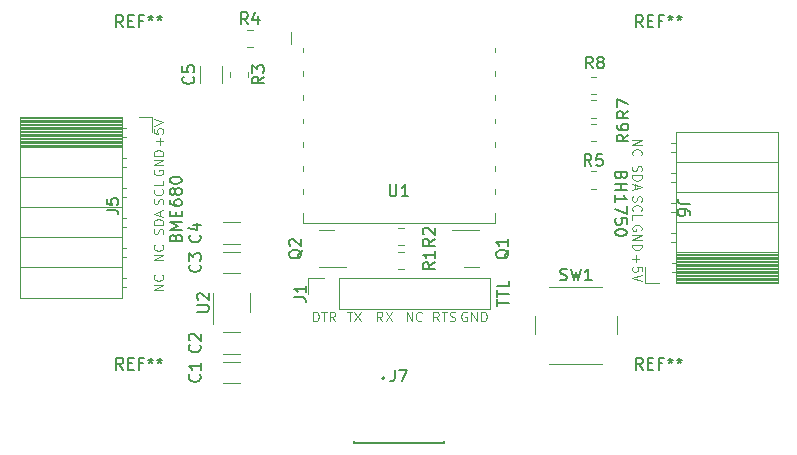
<source format=gbr>
%TF.GenerationSoftware,KiCad,Pcbnew,7.0.8*%
%TF.CreationDate,2023-12-05T18:05:34+00:00*%
%TF.ProjectId,multisensor,6d756c74-6973-4656-9e73-6f722e6b6963,rev?*%
%TF.SameCoordinates,Original*%
%TF.FileFunction,Legend,Top*%
%TF.FilePolarity,Positive*%
%FSLAX46Y46*%
G04 Gerber Fmt 4.6, Leading zero omitted, Abs format (unit mm)*
G04 Created by KiCad (PCBNEW 7.0.8) date 2023-12-05 18:05:34*
%MOMM*%
%LPD*%
G01*
G04 APERTURE LIST*
%ADD10C,0.125000*%
%ADD11C,0.150000*%
%ADD12C,0.120000*%
%ADD13C,0.127000*%
%ADD14C,0.200000*%
G04 APERTURE END LIST*
D10*
X132671815Y-100224788D02*
X132633720Y-100300978D01*
X132633720Y-100300978D02*
X132633720Y-100415264D01*
X132633720Y-100415264D02*
X132671815Y-100529550D01*
X132671815Y-100529550D02*
X132748005Y-100605740D01*
X132748005Y-100605740D02*
X132824196Y-100643835D01*
X132824196Y-100643835D02*
X132976577Y-100681931D01*
X132976577Y-100681931D02*
X133090863Y-100681931D01*
X133090863Y-100681931D02*
X133243244Y-100643835D01*
X133243244Y-100643835D02*
X133319434Y-100605740D01*
X133319434Y-100605740D02*
X133395625Y-100529550D01*
X133395625Y-100529550D02*
X133433720Y-100415264D01*
X133433720Y-100415264D02*
X133433720Y-100339073D01*
X133433720Y-100339073D02*
X133395625Y-100224788D01*
X133395625Y-100224788D02*
X133357529Y-100186692D01*
X133357529Y-100186692D02*
X133090863Y-100186692D01*
X133090863Y-100186692D02*
X133090863Y-100339073D01*
X133433720Y-99843835D02*
X132633720Y-99843835D01*
X132633720Y-99843835D02*
X133433720Y-99386692D01*
X133433720Y-99386692D02*
X132633720Y-99386692D01*
X133433720Y-99005740D02*
X132633720Y-99005740D01*
X132633720Y-99005740D02*
X132633720Y-98815264D01*
X132633720Y-98815264D02*
X132671815Y-98700978D01*
X132671815Y-98700978D02*
X132748005Y-98624788D01*
X132748005Y-98624788D02*
X132824196Y-98586693D01*
X132824196Y-98586693D02*
X132976577Y-98548597D01*
X132976577Y-98548597D02*
X133090863Y-98548597D01*
X133090863Y-98548597D02*
X133243244Y-98586693D01*
X133243244Y-98586693D02*
X133319434Y-98624788D01*
X133319434Y-98624788D02*
X133395625Y-98700978D01*
X133395625Y-98700978D02*
X133433720Y-98815264D01*
X133433720Y-98815264D02*
X133433720Y-99005740D01*
X154041429Y-113026095D02*
X154041429Y-112226095D01*
X154041429Y-112226095D02*
X154498572Y-113026095D01*
X154498572Y-113026095D02*
X154498572Y-112226095D01*
X155336667Y-112949904D02*
X155298571Y-112988000D01*
X155298571Y-112988000D02*
X155184286Y-113026095D01*
X155184286Y-113026095D02*
X155108095Y-113026095D01*
X155108095Y-113026095D02*
X154993809Y-112988000D01*
X154993809Y-112988000D02*
X154917619Y-112911809D01*
X154917619Y-112911809D02*
X154879524Y-112835619D01*
X154879524Y-112835619D02*
X154841428Y-112683238D01*
X154841428Y-112683238D02*
X154841428Y-112568952D01*
X154841428Y-112568952D02*
X154879524Y-112416571D01*
X154879524Y-112416571D02*
X154917619Y-112340380D01*
X154917619Y-112340380D02*
X154993809Y-112264190D01*
X154993809Y-112264190D02*
X155108095Y-112226095D01*
X155108095Y-112226095D02*
X155184286Y-112226095D01*
X155184286Y-112226095D02*
X155298571Y-112264190D01*
X155298571Y-112264190D02*
X155336667Y-112302285D01*
X133395625Y-105666693D02*
X133433720Y-105552407D01*
X133433720Y-105552407D02*
X133433720Y-105361931D01*
X133433720Y-105361931D02*
X133395625Y-105285740D01*
X133395625Y-105285740D02*
X133357529Y-105247645D01*
X133357529Y-105247645D02*
X133281339Y-105209550D01*
X133281339Y-105209550D02*
X133205148Y-105209550D01*
X133205148Y-105209550D02*
X133128958Y-105247645D01*
X133128958Y-105247645D02*
X133090863Y-105285740D01*
X133090863Y-105285740D02*
X133052767Y-105361931D01*
X133052767Y-105361931D02*
X133014672Y-105514312D01*
X133014672Y-105514312D02*
X132976577Y-105590502D01*
X132976577Y-105590502D02*
X132938482Y-105628597D01*
X132938482Y-105628597D02*
X132862291Y-105666693D01*
X132862291Y-105666693D02*
X132786101Y-105666693D01*
X132786101Y-105666693D02*
X132709910Y-105628597D01*
X132709910Y-105628597D02*
X132671815Y-105590502D01*
X132671815Y-105590502D02*
X132633720Y-105514312D01*
X132633720Y-105514312D02*
X132633720Y-105323835D01*
X132633720Y-105323835D02*
X132671815Y-105209550D01*
X133433720Y-104866692D02*
X132633720Y-104866692D01*
X132633720Y-104866692D02*
X132633720Y-104676216D01*
X132633720Y-104676216D02*
X132671815Y-104561930D01*
X132671815Y-104561930D02*
X132748005Y-104485740D01*
X132748005Y-104485740D02*
X132824196Y-104447645D01*
X132824196Y-104447645D02*
X132976577Y-104409549D01*
X132976577Y-104409549D02*
X133090863Y-104409549D01*
X133090863Y-104409549D02*
X133243244Y-104447645D01*
X133243244Y-104447645D02*
X133319434Y-104485740D01*
X133319434Y-104485740D02*
X133395625Y-104561930D01*
X133395625Y-104561930D02*
X133433720Y-104676216D01*
X133433720Y-104676216D02*
X133433720Y-104866692D01*
X133205148Y-104104788D02*
X133205148Y-103723835D01*
X133433720Y-104180978D02*
X132633720Y-103914311D01*
X132633720Y-103914311D02*
X133433720Y-103647645D01*
X173148279Y-97686429D02*
X173948279Y-97686429D01*
X173948279Y-97686429D02*
X173148279Y-98143572D01*
X173148279Y-98143572D02*
X173948279Y-98143572D01*
X173224470Y-98981667D02*
X173186375Y-98943571D01*
X173186375Y-98943571D02*
X173148279Y-98829286D01*
X173148279Y-98829286D02*
X173148279Y-98753095D01*
X173148279Y-98753095D02*
X173186375Y-98638809D01*
X173186375Y-98638809D02*
X173262565Y-98562619D01*
X173262565Y-98562619D02*
X173338755Y-98524524D01*
X173338755Y-98524524D02*
X173491136Y-98486428D01*
X173491136Y-98486428D02*
X173605422Y-98486428D01*
X173605422Y-98486428D02*
X173757803Y-98524524D01*
X173757803Y-98524524D02*
X173833994Y-98562619D01*
X173833994Y-98562619D02*
X173910184Y-98638809D01*
X173910184Y-98638809D02*
X173948279Y-98753095D01*
X173948279Y-98753095D02*
X173948279Y-98829286D01*
X173948279Y-98829286D02*
X173910184Y-98943571D01*
X173910184Y-98943571D02*
X173872089Y-98981667D01*
X133433720Y-107863835D02*
X132633720Y-107863835D01*
X132633720Y-107863835D02*
X133433720Y-107406692D01*
X133433720Y-107406692D02*
X132633720Y-107406692D01*
X133357529Y-106568597D02*
X133395625Y-106606693D01*
X133395625Y-106606693D02*
X133433720Y-106720978D01*
X133433720Y-106720978D02*
X133433720Y-106797169D01*
X133433720Y-106797169D02*
X133395625Y-106911455D01*
X133395625Y-106911455D02*
X133319434Y-106987645D01*
X133319434Y-106987645D02*
X133243244Y-107025740D01*
X133243244Y-107025740D02*
X133090863Y-107063836D01*
X133090863Y-107063836D02*
X132976577Y-107063836D01*
X132976577Y-107063836D02*
X132824196Y-107025740D01*
X132824196Y-107025740D02*
X132748005Y-106987645D01*
X132748005Y-106987645D02*
X132671815Y-106911455D01*
X132671815Y-106911455D02*
X132633720Y-106797169D01*
X132633720Y-106797169D02*
X132633720Y-106720978D01*
X132633720Y-106720978D02*
X132671815Y-106606693D01*
X132671815Y-106606693D02*
X132709910Y-106568597D01*
X133395625Y-103107645D02*
X133433720Y-102993359D01*
X133433720Y-102993359D02*
X133433720Y-102802883D01*
X133433720Y-102802883D02*
X133395625Y-102726692D01*
X133395625Y-102726692D02*
X133357529Y-102688597D01*
X133357529Y-102688597D02*
X133281339Y-102650502D01*
X133281339Y-102650502D02*
X133205148Y-102650502D01*
X133205148Y-102650502D02*
X133128958Y-102688597D01*
X133128958Y-102688597D02*
X133090863Y-102726692D01*
X133090863Y-102726692D02*
X133052767Y-102802883D01*
X133052767Y-102802883D02*
X133014672Y-102955264D01*
X133014672Y-102955264D02*
X132976577Y-103031454D01*
X132976577Y-103031454D02*
X132938482Y-103069549D01*
X132938482Y-103069549D02*
X132862291Y-103107645D01*
X132862291Y-103107645D02*
X132786101Y-103107645D01*
X132786101Y-103107645D02*
X132709910Y-103069549D01*
X132709910Y-103069549D02*
X132671815Y-103031454D01*
X132671815Y-103031454D02*
X132633720Y-102955264D01*
X132633720Y-102955264D02*
X132633720Y-102764787D01*
X132633720Y-102764787D02*
X132671815Y-102650502D01*
X133357529Y-101850501D02*
X133395625Y-101888597D01*
X133395625Y-101888597D02*
X133433720Y-102002882D01*
X133433720Y-102002882D02*
X133433720Y-102079073D01*
X133433720Y-102079073D02*
X133395625Y-102193359D01*
X133395625Y-102193359D02*
X133319434Y-102269549D01*
X133319434Y-102269549D02*
X133243244Y-102307644D01*
X133243244Y-102307644D02*
X133090863Y-102345740D01*
X133090863Y-102345740D02*
X132976577Y-102345740D01*
X132976577Y-102345740D02*
X132824196Y-102307644D01*
X132824196Y-102307644D02*
X132748005Y-102269549D01*
X132748005Y-102269549D02*
X132671815Y-102193359D01*
X132671815Y-102193359D02*
X132633720Y-102079073D01*
X132633720Y-102079073D02*
X132633720Y-102002882D01*
X132633720Y-102002882D02*
X132671815Y-101888597D01*
X132671815Y-101888597D02*
X132709910Y-101850501D01*
X133433720Y-101126692D02*
X133433720Y-101507644D01*
X133433720Y-101507644D02*
X132633720Y-101507644D01*
X151996667Y-113026095D02*
X151730000Y-112645142D01*
X151539524Y-113026095D02*
X151539524Y-112226095D01*
X151539524Y-112226095D02*
X151844286Y-112226095D01*
X151844286Y-112226095D02*
X151920476Y-112264190D01*
X151920476Y-112264190D02*
X151958571Y-112302285D01*
X151958571Y-112302285D02*
X151996667Y-112378476D01*
X151996667Y-112378476D02*
X151996667Y-112492761D01*
X151996667Y-112492761D02*
X151958571Y-112568952D01*
X151958571Y-112568952D02*
X151920476Y-112607047D01*
X151920476Y-112607047D02*
X151844286Y-112645142D01*
X151844286Y-112645142D02*
X151539524Y-112645142D01*
X152263333Y-112226095D02*
X152796667Y-113026095D01*
X152796667Y-112226095D02*
X152263333Y-113026095D01*
X173186375Y-102442618D02*
X173148279Y-102556904D01*
X173148279Y-102556904D02*
X173148279Y-102747380D01*
X173148279Y-102747380D02*
X173186375Y-102823571D01*
X173186375Y-102823571D02*
X173224470Y-102861666D01*
X173224470Y-102861666D02*
X173300660Y-102899761D01*
X173300660Y-102899761D02*
X173376851Y-102899761D01*
X173376851Y-102899761D02*
X173453041Y-102861666D01*
X173453041Y-102861666D02*
X173491136Y-102823571D01*
X173491136Y-102823571D02*
X173529232Y-102747380D01*
X173529232Y-102747380D02*
X173567327Y-102594999D01*
X173567327Y-102594999D02*
X173605422Y-102518809D01*
X173605422Y-102518809D02*
X173643517Y-102480714D01*
X173643517Y-102480714D02*
X173719708Y-102442618D01*
X173719708Y-102442618D02*
X173795898Y-102442618D01*
X173795898Y-102442618D02*
X173872089Y-102480714D01*
X173872089Y-102480714D02*
X173910184Y-102518809D01*
X173910184Y-102518809D02*
X173948279Y-102594999D01*
X173948279Y-102594999D02*
X173948279Y-102785476D01*
X173948279Y-102785476D02*
X173910184Y-102899761D01*
X173224470Y-103699762D02*
X173186375Y-103661666D01*
X173186375Y-103661666D02*
X173148279Y-103547381D01*
X173148279Y-103547381D02*
X173148279Y-103471190D01*
X173148279Y-103471190D02*
X173186375Y-103356904D01*
X173186375Y-103356904D02*
X173262565Y-103280714D01*
X173262565Y-103280714D02*
X173338755Y-103242619D01*
X173338755Y-103242619D02*
X173491136Y-103204523D01*
X173491136Y-103204523D02*
X173605422Y-103204523D01*
X173605422Y-103204523D02*
X173757803Y-103242619D01*
X173757803Y-103242619D02*
X173833994Y-103280714D01*
X173833994Y-103280714D02*
X173910184Y-103356904D01*
X173910184Y-103356904D02*
X173948279Y-103471190D01*
X173948279Y-103471190D02*
X173948279Y-103547381D01*
X173948279Y-103547381D02*
X173910184Y-103661666D01*
X173910184Y-103661666D02*
X173872089Y-103699762D01*
X173148279Y-104423571D02*
X173148279Y-104042619D01*
X173148279Y-104042619D02*
X173948279Y-104042619D01*
X146135714Y-113026095D02*
X146135714Y-112226095D01*
X146135714Y-112226095D02*
X146326190Y-112226095D01*
X146326190Y-112226095D02*
X146440476Y-112264190D01*
X146440476Y-112264190D02*
X146516666Y-112340380D01*
X146516666Y-112340380D02*
X146554761Y-112416571D01*
X146554761Y-112416571D02*
X146592857Y-112568952D01*
X146592857Y-112568952D02*
X146592857Y-112683238D01*
X146592857Y-112683238D02*
X146554761Y-112835619D01*
X146554761Y-112835619D02*
X146516666Y-112911809D01*
X146516666Y-112911809D02*
X146440476Y-112988000D01*
X146440476Y-112988000D02*
X146326190Y-113026095D01*
X146326190Y-113026095D02*
X146135714Y-113026095D01*
X146821428Y-112226095D02*
X147278571Y-112226095D01*
X147049999Y-113026095D02*
X147049999Y-112226095D01*
X148002381Y-113026095D02*
X147735714Y-112645142D01*
X147545238Y-113026095D02*
X147545238Y-112226095D01*
X147545238Y-112226095D02*
X147850000Y-112226095D01*
X147850000Y-112226095D02*
X147926190Y-112264190D01*
X147926190Y-112264190D02*
X147964285Y-112302285D01*
X147964285Y-112302285D02*
X148002381Y-112378476D01*
X148002381Y-112378476D02*
X148002381Y-112492761D01*
X148002381Y-112492761D02*
X147964285Y-112568952D01*
X147964285Y-112568952D02*
X147926190Y-112607047D01*
X147926190Y-112607047D02*
X147850000Y-112645142D01*
X147850000Y-112645142D02*
X147545238Y-112645142D01*
X148980476Y-112226095D02*
X149437619Y-112226095D01*
X149209047Y-113026095D02*
X149209047Y-112226095D01*
X149628095Y-112226095D02*
X150161429Y-113026095D01*
X150161429Y-112226095D02*
X149628095Y-113026095D01*
X133433720Y-110403835D02*
X132633720Y-110403835D01*
X132633720Y-110403835D02*
X133433720Y-109946692D01*
X133433720Y-109946692D02*
X132633720Y-109946692D01*
X133357529Y-109108597D02*
X133395625Y-109146693D01*
X133395625Y-109146693D02*
X133433720Y-109260978D01*
X133433720Y-109260978D02*
X133433720Y-109337169D01*
X133433720Y-109337169D02*
X133395625Y-109451455D01*
X133395625Y-109451455D02*
X133319434Y-109527645D01*
X133319434Y-109527645D02*
X133243244Y-109565740D01*
X133243244Y-109565740D02*
X133090863Y-109603836D01*
X133090863Y-109603836D02*
X132976577Y-109603836D01*
X132976577Y-109603836D02*
X132824196Y-109565740D01*
X132824196Y-109565740D02*
X132748005Y-109527645D01*
X132748005Y-109527645D02*
X132671815Y-109451455D01*
X132671815Y-109451455D02*
X132633720Y-109337169D01*
X132633720Y-109337169D02*
X132633720Y-109260978D01*
X132633720Y-109260978D02*
X132671815Y-109146693D01*
X132671815Y-109146693D02*
X132709910Y-109108597D01*
X173186375Y-99883571D02*
X173148279Y-99997857D01*
X173148279Y-99997857D02*
X173148279Y-100188333D01*
X173148279Y-100188333D02*
X173186375Y-100264524D01*
X173186375Y-100264524D02*
X173224470Y-100302619D01*
X173224470Y-100302619D02*
X173300660Y-100340714D01*
X173300660Y-100340714D02*
X173376851Y-100340714D01*
X173376851Y-100340714D02*
X173453041Y-100302619D01*
X173453041Y-100302619D02*
X173491136Y-100264524D01*
X173491136Y-100264524D02*
X173529232Y-100188333D01*
X173529232Y-100188333D02*
X173567327Y-100035952D01*
X173567327Y-100035952D02*
X173605422Y-99959762D01*
X173605422Y-99959762D02*
X173643517Y-99921667D01*
X173643517Y-99921667D02*
X173719708Y-99883571D01*
X173719708Y-99883571D02*
X173795898Y-99883571D01*
X173795898Y-99883571D02*
X173872089Y-99921667D01*
X173872089Y-99921667D02*
X173910184Y-99959762D01*
X173910184Y-99959762D02*
X173948279Y-100035952D01*
X173948279Y-100035952D02*
X173948279Y-100226429D01*
X173948279Y-100226429D02*
X173910184Y-100340714D01*
X173148279Y-100683572D02*
X173948279Y-100683572D01*
X173948279Y-100683572D02*
X173948279Y-100874048D01*
X173948279Y-100874048D02*
X173910184Y-100988334D01*
X173910184Y-100988334D02*
X173833994Y-101064524D01*
X173833994Y-101064524D02*
X173757803Y-101102619D01*
X173757803Y-101102619D02*
X173605422Y-101140715D01*
X173605422Y-101140715D02*
X173491136Y-101140715D01*
X173491136Y-101140715D02*
X173338755Y-101102619D01*
X173338755Y-101102619D02*
X173262565Y-101064524D01*
X173262565Y-101064524D02*
X173186375Y-100988334D01*
X173186375Y-100988334D02*
X173148279Y-100874048D01*
X173148279Y-100874048D02*
X173148279Y-100683572D01*
X173376851Y-101445476D02*
X173376851Y-101826429D01*
X173148279Y-101369286D02*
X173948279Y-101635953D01*
X173948279Y-101635953D02*
X173148279Y-101902619D01*
X173453041Y-107446429D02*
X173453041Y-108055953D01*
X173148279Y-107751191D02*
X173757803Y-107751191D01*
X173948279Y-108817857D02*
X173948279Y-108436905D01*
X173948279Y-108436905D02*
X173567327Y-108398809D01*
X173567327Y-108398809D02*
X173605422Y-108436905D01*
X173605422Y-108436905D02*
X173643517Y-108513095D01*
X173643517Y-108513095D02*
X173643517Y-108703571D01*
X173643517Y-108703571D02*
X173605422Y-108779762D01*
X173605422Y-108779762D02*
X173567327Y-108817857D01*
X173567327Y-108817857D02*
X173491136Y-108855952D01*
X173491136Y-108855952D02*
X173300660Y-108855952D01*
X173300660Y-108855952D02*
X173224470Y-108817857D01*
X173224470Y-108817857D02*
X173186375Y-108779762D01*
X173186375Y-108779762D02*
X173148279Y-108703571D01*
X173148279Y-108703571D02*
X173148279Y-108513095D01*
X173148279Y-108513095D02*
X173186375Y-108436905D01*
X173186375Y-108436905D02*
X173224470Y-108398809D01*
X173948279Y-109084524D02*
X173148279Y-109351191D01*
X173148279Y-109351191D02*
X173948279Y-109617857D01*
X159140476Y-112264190D02*
X159064286Y-112226095D01*
X159064286Y-112226095D02*
X158950000Y-112226095D01*
X158950000Y-112226095D02*
X158835714Y-112264190D01*
X158835714Y-112264190D02*
X158759524Y-112340380D01*
X158759524Y-112340380D02*
X158721429Y-112416571D01*
X158721429Y-112416571D02*
X158683333Y-112568952D01*
X158683333Y-112568952D02*
X158683333Y-112683238D01*
X158683333Y-112683238D02*
X158721429Y-112835619D01*
X158721429Y-112835619D02*
X158759524Y-112911809D01*
X158759524Y-112911809D02*
X158835714Y-112988000D01*
X158835714Y-112988000D02*
X158950000Y-113026095D01*
X158950000Y-113026095D02*
X159026191Y-113026095D01*
X159026191Y-113026095D02*
X159140476Y-112988000D01*
X159140476Y-112988000D02*
X159178572Y-112949904D01*
X159178572Y-112949904D02*
X159178572Y-112683238D01*
X159178572Y-112683238D02*
X159026191Y-112683238D01*
X159521429Y-113026095D02*
X159521429Y-112226095D01*
X159521429Y-112226095D02*
X159978572Y-113026095D01*
X159978572Y-113026095D02*
X159978572Y-112226095D01*
X160359524Y-113026095D02*
X160359524Y-112226095D01*
X160359524Y-112226095D02*
X160550000Y-112226095D01*
X160550000Y-112226095D02*
X160664286Y-112264190D01*
X160664286Y-112264190D02*
X160740476Y-112340380D01*
X160740476Y-112340380D02*
X160778571Y-112416571D01*
X160778571Y-112416571D02*
X160816667Y-112568952D01*
X160816667Y-112568952D02*
X160816667Y-112683238D01*
X160816667Y-112683238D02*
X160778571Y-112835619D01*
X160778571Y-112835619D02*
X160740476Y-112911809D01*
X160740476Y-112911809D02*
X160664286Y-112988000D01*
X160664286Y-112988000D02*
X160550000Y-113026095D01*
X160550000Y-113026095D02*
X160359524Y-113026095D01*
X156771905Y-113026095D02*
X156505238Y-112645142D01*
X156314762Y-113026095D02*
X156314762Y-112226095D01*
X156314762Y-112226095D02*
X156619524Y-112226095D01*
X156619524Y-112226095D02*
X156695714Y-112264190D01*
X156695714Y-112264190D02*
X156733809Y-112302285D01*
X156733809Y-112302285D02*
X156771905Y-112378476D01*
X156771905Y-112378476D02*
X156771905Y-112492761D01*
X156771905Y-112492761D02*
X156733809Y-112568952D01*
X156733809Y-112568952D02*
X156695714Y-112607047D01*
X156695714Y-112607047D02*
X156619524Y-112645142D01*
X156619524Y-112645142D02*
X156314762Y-112645142D01*
X157000476Y-112226095D02*
X157457619Y-112226095D01*
X157229047Y-113026095D02*
X157229047Y-112226095D01*
X157686190Y-112988000D02*
X157800476Y-113026095D01*
X157800476Y-113026095D02*
X157990952Y-113026095D01*
X157990952Y-113026095D02*
X158067143Y-112988000D01*
X158067143Y-112988000D02*
X158105238Y-112949904D01*
X158105238Y-112949904D02*
X158143333Y-112873714D01*
X158143333Y-112873714D02*
X158143333Y-112797523D01*
X158143333Y-112797523D02*
X158105238Y-112721333D01*
X158105238Y-112721333D02*
X158067143Y-112683238D01*
X158067143Y-112683238D02*
X157990952Y-112645142D01*
X157990952Y-112645142D02*
X157838571Y-112607047D01*
X157838571Y-112607047D02*
X157762381Y-112568952D01*
X157762381Y-112568952D02*
X157724286Y-112530857D01*
X157724286Y-112530857D02*
X157686190Y-112454666D01*
X157686190Y-112454666D02*
X157686190Y-112378476D01*
X157686190Y-112378476D02*
X157724286Y-112302285D01*
X157724286Y-112302285D02*
X157762381Y-112264190D01*
X157762381Y-112264190D02*
X157838571Y-112226095D01*
X157838571Y-112226095D02*
X158029048Y-112226095D01*
X158029048Y-112226095D02*
X158143333Y-112264190D01*
X173910184Y-105325476D02*
X173948279Y-105249286D01*
X173948279Y-105249286D02*
X173948279Y-105135000D01*
X173948279Y-105135000D02*
X173910184Y-105020714D01*
X173910184Y-105020714D02*
X173833994Y-104944524D01*
X173833994Y-104944524D02*
X173757803Y-104906429D01*
X173757803Y-104906429D02*
X173605422Y-104868333D01*
X173605422Y-104868333D02*
X173491136Y-104868333D01*
X173491136Y-104868333D02*
X173338755Y-104906429D01*
X173338755Y-104906429D02*
X173262565Y-104944524D01*
X173262565Y-104944524D02*
X173186375Y-105020714D01*
X173186375Y-105020714D02*
X173148279Y-105135000D01*
X173148279Y-105135000D02*
X173148279Y-105211191D01*
X173148279Y-105211191D02*
X173186375Y-105325476D01*
X173186375Y-105325476D02*
X173224470Y-105363572D01*
X173224470Y-105363572D02*
X173491136Y-105363572D01*
X173491136Y-105363572D02*
X173491136Y-105211191D01*
X173148279Y-105706429D02*
X173948279Y-105706429D01*
X173948279Y-105706429D02*
X173148279Y-106163572D01*
X173148279Y-106163572D02*
X173948279Y-106163572D01*
X173148279Y-106544524D02*
X173948279Y-106544524D01*
X173948279Y-106544524D02*
X173948279Y-106735000D01*
X173948279Y-106735000D02*
X173910184Y-106849286D01*
X173910184Y-106849286D02*
X173833994Y-106925476D01*
X173833994Y-106925476D02*
X173757803Y-106963571D01*
X173757803Y-106963571D02*
X173605422Y-107001667D01*
X173605422Y-107001667D02*
X173491136Y-107001667D01*
X173491136Y-107001667D02*
X173338755Y-106963571D01*
X173338755Y-106963571D02*
X173262565Y-106925476D01*
X173262565Y-106925476D02*
X173186375Y-106849286D01*
X173186375Y-106849286D02*
X173148279Y-106735000D01*
X173148279Y-106735000D02*
X173148279Y-106544524D01*
X133128958Y-98103835D02*
X133128958Y-97494312D01*
X133433720Y-97799073D02*
X132824196Y-97799073D01*
X132633720Y-96732407D02*
X132633720Y-97113359D01*
X132633720Y-97113359D02*
X133014672Y-97151455D01*
X133014672Y-97151455D02*
X132976577Y-97113359D01*
X132976577Y-97113359D02*
X132938482Y-97037169D01*
X132938482Y-97037169D02*
X132938482Y-96846693D01*
X132938482Y-96846693D02*
X132976577Y-96770502D01*
X132976577Y-96770502D02*
X133014672Y-96732407D01*
X133014672Y-96732407D02*
X133090863Y-96694312D01*
X133090863Y-96694312D02*
X133281339Y-96694312D01*
X133281339Y-96694312D02*
X133357529Y-96732407D01*
X133357529Y-96732407D02*
X133395625Y-96770502D01*
X133395625Y-96770502D02*
X133433720Y-96846693D01*
X133433720Y-96846693D02*
X133433720Y-97037169D01*
X133433720Y-97037169D02*
X133395625Y-97113359D01*
X133395625Y-97113359D02*
X133357529Y-97151455D01*
X132633720Y-96465740D02*
X133433720Y-96199073D01*
X133433720Y-96199073D02*
X132633720Y-95932407D01*
D11*
X162705057Y-106978988D02*
X162657438Y-107074226D01*
X162657438Y-107074226D02*
X162562200Y-107169464D01*
X162562200Y-107169464D02*
X162419342Y-107312321D01*
X162419342Y-107312321D02*
X162371723Y-107407559D01*
X162371723Y-107407559D02*
X162371723Y-107502797D01*
X162609819Y-107455178D02*
X162562200Y-107550416D01*
X162562200Y-107550416D02*
X162466961Y-107645654D01*
X162466961Y-107645654D02*
X162276485Y-107693273D01*
X162276485Y-107693273D02*
X161943152Y-107693273D01*
X161943152Y-107693273D02*
X161752676Y-107645654D01*
X161752676Y-107645654D02*
X161657438Y-107550416D01*
X161657438Y-107550416D02*
X161609819Y-107455178D01*
X161609819Y-107455178D02*
X161609819Y-107264702D01*
X161609819Y-107264702D02*
X161657438Y-107169464D01*
X161657438Y-107169464D02*
X161752676Y-107074226D01*
X161752676Y-107074226D02*
X161943152Y-107026607D01*
X161943152Y-107026607D02*
X162276485Y-107026607D01*
X162276485Y-107026607D02*
X162466961Y-107074226D01*
X162466961Y-107074226D02*
X162562200Y-107169464D01*
X162562200Y-107169464D02*
X162609819Y-107264702D01*
X162609819Y-107264702D02*
X162609819Y-107455178D01*
X162609819Y-106074226D02*
X162609819Y-106645654D01*
X162609819Y-106359940D02*
X161609819Y-106359940D01*
X161609819Y-106359940D02*
X161752676Y-106455178D01*
X161752676Y-106455178D02*
X161847914Y-106550416D01*
X161847914Y-106550416D02*
X161895533Y-106645654D01*
X152613095Y-101449819D02*
X152613095Y-102259342D01*
X152613095Y-102259342D02*
X152660714Y-102354580D01*
X152660714Y-102354580D02*
X152708333Y-102402200D01*
X152708333Y-102402200D02*
X152803571Y-102449819D01*
X152803571Y-102449819D02*
X152994047Y-102449819D01*
X152994047Y-102449819D02*
X153089285Y-102402200D01*
X153089285Y-102402200D02*
X153136904Y-102354580D01*
X153136904Y-102354580D02*
X153184523Y-102259342D01*
X153184523Y-102259342D02*
X153184523Y-101449819D01*
X154184523Y-102449819D02*
X153613095Y-102449819D01*
X153898809Y-102449819D02*
X153898809Y-101449819D01*
X153898809Y-101449819D02*
X153803571Y-101592676D01*
X153803571Y-101592676D02*
X153708333Y-101687914D01*
X153708333Y-101687914D02*
X153613095Y-101735533D01*
X169795833Y-91629819D02*
X169462500Y-91153628D01*
X169224405Y-91629819D02*
X169224405Y-90629819D01*
X169224405Y-90629819D02*
X169605357Y-90629819D01*
X169605357Y-90629819D02*
X169700595Y-90677438D01*
X169700595Y-90677438D02*
X169748214Y-90725057D01*
X169748214Y-90725057D02*
X169795833Y-90820295D01*
X169795833Y-90820295D02*
X169795833Y-90963152D01*
X169795833Y-90963152D02*
X169748214Y-91058390D01*
X169748214Y-91058390D02*
X169700595Y-91106009D01*
X169700595Y-91106009D02*
X169605357Y-91153628D01*
X169605357Y-91153628D02*
X169224405Y-91153628D01*
X170367262Y-91058390D02*
X170272024Y-91010771D01*
X170272024Y-91010771D02*
X170224405Y-90963152D01*
X170224405Y-90963152D02*
X170176786Y-90867914D01*
X170176786Y-90867914D02*
X170176786Y-90820295D01*
X170176786Y-90820295D02*
X170224405Y-90725057D01*
X170224405Y-90725057D02*
X170272024Y-90677438D01*
X170272024Y-90677438D02*
X170367262Y-90629819D01*
X170367262Y-90629819D02*
X170557738Y-90629819D01*
X170557738Y-90629819D02*
X170652976Y-90677438D01*
X170652976Y-90677438D02*
X170700595Y-90725057D01*
X170700595Y-90725057D02*
X170748214Y-90820295D01*
X170748214Y-90820295D02*
X170748214Y-90867914D01*
X170748214Y-90867914D02*
X170700595Y-90963152D01*
X170700595Y-90963152D02*
X170652976Y-91010771D01*
X170652976Y-91010771D02*
X170557738Y-91058390D01*
X170557738Y-91058390D02*
X170367262Y-91058390D01*
X170367262Y-91058390D02*
X170272024Y-91106009D01*
X170272024Y-91106009D02*
X170224405Y-91153628D01*
X170224405Y-91153628D02*
X170176786Y-91248866D01*
X170176786Y-91248866D02*
X170176786Y-91439342D01*
X170176786Y-91439342D02*
X170224405Y-91534580D01*
X170224405Y-91534580D02*
X170272024Y-91582200D01*
X170272024Y-91582200D02*
X170367262Y-91629819D01*
X170367262Y-91629819D02*
X170557738Y-91629819D01*
X170557738Y-91629819D02*
X170652976Y-91582200D01*
X170652976Y-91582200D02*
X170700595Y-91534580D01*
X170700595Y-91534580D02*
X170748214Y-91439342D01*
X170748214Y-91439342D02*
X170748214Y-91248866D01*
X170748214Y-91248866D02*
X170700595Y-91153628D01*
X170700595Y-91153628D02*
X170652976Y-91106009D01*
X170652976Y-91106009D02*
X170557738Y-91058390D01*
X145195057Y-106978988D02*
X145147438Y-107074226D01*
X145147438Y-107074226D02*
X145052200Y-107169464D01*
X145052200Y-107169464D02*
X144909342Y-107312321D01*
X144909342Y-107312321D02*
X144861723Y-107407559D01*
X144861723Y-107407559D02*
X144861723Y-107502797D01*
X145099819Y-107455178D02*
X145052200Y-107550416D01*
X145052200Y-107550416D02*
X144956961Y-107645654D01*
X144956961Y-107645654D02*
X144766485Y-107693273D01*
X144766485Y-107693273D02*
X144433152Y-107693273D01*
X144433152Y-107693273D02*
X144242676Y-107645654D01*
X144242676Y-107645654D02*
X144147438Y-107550416D01*
X144147438Y-107550416D02*
X144099819Y-107455178D01*
X144099819Y-107455178D02*
X144099819Y-107264702D01*
X144099819Y-107264702D02*
X144147438Y-107169464D01*
X144147438Y-107169464D02*
X144242676Y-107074226D01*
X144242676Y-107074226D02*
X144433152Y-107026607D01*
X144433152Y-107026607D02*
X144766485Y-107026607D01*
X144766485Y-107026607D02*
X144956961Y-107074226D01*
X144956961Y-107074226D02*
X145052200Y-107169464D01*
X145052200Y-107169464D02*
X145099819Y-107264702D01*
X145099819Y-107264702D02*
X145099819Y-107455178D01*
X144195057Y-106645654D02*
X144147438Y-106598035D01*
X144147438Y-106598035D02*
X144099819Y-106502797D01*
X144099819Y-106502797D02*
X144099819Y-106264702D01*
X144099819Y-106264702D02*
X144147438Y-106169464D01*
X144147438Y-106169464D02*
X144195057Y-106121845D01*
X144195057Y-106121845D02*
X144290295Y-106074226D01*
X144290295Y-106074226D02*
X144385533Y-106074226D01*
X144385533Y-106074226D02*
X144528390Y-106121845D01*
X144528390Y-106121845D02*
X145099819Y-106693273D01*
X145099819Y-106693273D02*
X145099819Y-106074226D01*
X135972080Y-92329166D02*
X136019700Y-92376785D01*
X136019700Y-92376785D02*
X136067319Y-92519642D01*
X136067319Y-92519642D02*
X136067319Y-92614880D01*
X136067319Y-92614880D02*
X136019700Y-92757737D01*
X136019700Y-92757737D02*
X135924461Y-92852975D01*
X135924461Y-92852975D02*
X135829223Y-92900594D01*
X135829223Y-92900594D02*
X135638747Y-92948213D01*
X135638747Y-92948213D02*
X135495890Y-92948213D01*
X135495890Y-92948213D02*
X135305414Y-92900594D01*
X135305414Y-92900594D02*
X135210176Y-92852975D01*
X135210176Y-92852975D02*
X135114938Y-92757737D01*
X135114938Y-92757737D02*
X135067319Y-92614880D01*
X135067319Y-92614880D02*
X135067319Y-92519642D01*
X135067319Y-92519642D02*
X135114938Y-92376785D01*
X135114938Y-92376785D02*
X135162557Y-92329166D01*
X135067319Y-91424404D02*
X135067319Y-91900594D01*
X135067319Y-91900594D02*
X135543509Y-91948213D01*
X135543509Y-91948213D02*
X135495890Y-91900594D01*
X135495890Y-91900594D02*
X135448271Y-91805356D01*
X135448271Y-91805356D02*
X135448271Y-91567261D01*
X135448271Y-91567261D02*
X135495890Y-91472023D01*
X135495890Y-91472023D02*
X135543509Y-91424404D01*
X135543509Y-91424404D02*
X135638747Y-91376785D01*
X135638747Y-91376785D02*
X135876842Y-91376785D01*
X135876842Y-91376785D02*
X135972080Y-91424404D01*
X135972080Y-91424404D02*
X136019700Y-91472023D01*
X136019700Y-91472023D02*
X136067319Y-91567261D01*
X136067319Y-91567261D02*
X136067319Y-91805356D01*
X136067319Y-91805356D02*
X136019700Y-91900594D01*
X136019700Y-91900594D02*
X135972080Y-91948213D01*
X130041666Y-117129819D02*
X129708333Y-116653628D01*
X129470238Y-117129819D02*
X129470238Y-116129819D01*
X129470238Y-116129819D02*
X129851190Y-116129819D01*
X129851190Y-116129819D02*
X129946428Y-116177438D01*
X129946428Y-116177438D02*
X129994047Y-116225057D01*
X129994047Y-116225057D02*
X130041666Y-116320295D01*
X130041666Y-116320295D02*
X130041666Y-116463152D01*
X130041666Y-116463152D02*
X129994047Y-116558390D01*
X129994047Y-116558390D02*
X129946428Y-116606009D01*
X129946428Y-116606009D02*
X129851190Y-116653628D01*
X129851190Y-116653628D02*
X129470238Y-116653628D01*
X130470238Y-116606009D02*
X130803571Y-116606009D01*
X130946428Y-117129819D02*
X130470238Y-117129819D01*
X130470238Y-117129819D02*
X130470238Y-116129819D01*
X130470238Y-116129819D02*
X130946428Y-116129819D01*
X131708333Y-116606009D02*
X131375000Y-116606009D01*
X131375000Y-117129819D02*
X131375000Y-116129819D01*
X131375000Y-116129819D02*
X131851190Y-116129819D01*
X132375000Y-116129819D02*
X132375000Y-116367914D01*
X132136905Y-116272676D02*
X132375000Y-116367914D01*
X132375000Y-116367914D02*
X132613095Y-116272676D01*
X132232143Y-116558390D02*
X132375000Y-116367914D01*
X132375000Y-116367914D02*
X132517857Y-116558390D01*
X133136905Y-116129819D02*
X133136905Y-116367914D01*
X132898810Y-116272676D02*
X133136905Y-116367914D01*
X133136905Y-116367914D02*
X133375000Y-116272676D01*
X132994048Y-116558390D02*
X133136905Y-116367914D01*
X133136905Y-116367914D02*
X133279762Y-116558390D01*
X136509580Y-117529166D02*
X136557200Y-117576785D01*
X136557200Y-117576785D02*
X136604819Y-117719642D01*
X136604819Y-117719642D02*
X136604819Y-117814880D01*
X136604819Y-117814880D02*
X136557200Y-117957737D01*
X136557200Y-117957737D02*
X136461961Y-118052975D01*
X136461961Y-118052975D02*
X136366723Y-118100594D01*
X136366723Y-118100594D02*
X136176247Y-118148213D01*
X136176247Y-118148213D02*
X136033390Y-118148213D01*
X136033390Y-118148213D02*
X135842914Y-118100594D01*
X135842914Y-118100594D02*
X135747676Y-118052975D01*
X135747676Y-118052975D02*
X135652438Y-117957737D01*
X135652438Y-117957737D02*
X135604819Y-117814880D01*
X135604819Y-117814880D02*
X135604819Y-117719642D01*
X135604819Y-117719642D02*
X135652438Y-117576785D01*
X135652438Y-117576785D02*
X135700057Y-117529166D01*
X136604819Y-116576785D02*
X136604819Y-117148213D01*
X136604819Y-116862499D02*
X135604819Y-116862499D01*
X135604819Y-116862499D02*
X135747676Y-116957737D01*
X135747676Y-116957737D02*
X135842914Y-117052975D01*
X135842914Y-117052975D02*
X135890533Y-117148213D01*
X141967319Y-92329166D02*
X141491128Y-92662499D01*
X141967319Y-92900594D02*
X140967319Y-92900594D01*
X140967319Y-92900594D02*
X140967319Y-92519642D01*
X140967319Y-92519642D02*
X141014938Y-92424404D01*
X141014938Y-92424404D02*
X141062557Y-92376785D01*
X141062557Y-92376785D02*
X141157795Y-92329166D01*
X141157795Y-92329166D02*
X141300652Y-92329166D01*
X141300652Y-92329166D02*
X141395890Y-92376785D01*
X141395890Y-92376785D02*
X141443509Y-92424404D01*
X141443509Y-92424404D02*
X141491128Y-92519642D01*
X141491128Y-92519642D02*
X141491128Y-92900594D01*
X140967319Y-91995832D02*
X140967319Y-91376785D01*
X140967319Y-91376785D02*
X141348271Y-91710118D01*
X141348271Y-91710118D02*
X141348271Y-91567261D01*
X141348271Y-91567261D02*
X141395890Y-91472023D01*
X141395890Y-91472023D02*
X141443509Y-91424404D01*
X141443509Y-91424404D02*
X141538747Y-91376785D01*
X141538747Y-91376785D02*
X141776842Y-91376785D01*
X141776842Y-91376785D02*
X141872080Y-91424404D01*
X141872080Y-91424404D02*
X141919700Y-91472023D01*
X141919700Y-91472023D02*
X141967319Y-91567261D01*
X141967319Y-91567261D02*
X141967319Y-91852975D01*
X141967319Y-91852975D02*
X141919700Y-91948213D01*
X141919700Y-91948213D02*
X141872080Y-91995832D01*
X178000180Y-103091666D02*
X177285895Y-103091666D01*
X177285895Y-103091666D02*
X177143038Y-103044047D01*
X177143038Y-103044047D02*
X177047800Y-102948809D01*
X177047800Y-102948809D02*
X177000180Y-102805952D01*
X177000180Y-102805952D02*
X177000180Y-102710714D01*
X178000180Y-103996428D02*
X178000180Y-103805952D01*
X178000180Y-103805952D02*
X177952561Y-103710714D01*
X177952561Y-103710714D02*
X177904942Y-103663095D01*
X177904942Y-103663095D02*
X177762085Y-103567857D01*
X177762085Y-103567857D02*
X177571609Y-103520238D01*
X177571609Y-103520238D02*
X177190657Y-103520238D01*
X177190657Y-103520238D02*
X177095419Y-103567857D01*
X177095419Y-103567857D02*
X177047800Y-103615476D01*
X177047800Y-103615476D02*
X177000180Y-103710714D01*
X177000180Y-103710714D02*
X177000180Y-103901190D01*
X177000180Y-103901190D02*
X177047800Y-103996428D01*
X177047800Y-103996428D02*
X177095419Y-104044047D01*
X177095419Y-104044047D02*
X177190657Y-104091666D01*
X177190657Y-104091666D02*
X177428752Y-104091666D01*
X177428752Y-104091666D02*
X177523990Y-104044047D01*
X177523990Y-104044047D02*
X177571609Y-103996428D01*
X177571609Y-103996428D02*
X177619228Y-103901190D01*
X177619228Y-103901190D02*
X177619228Y-103710714D01*
X177619228Y-103710714D02*
X177571609Y-103615476D01*
X177571609Y-103615476D02*
X177523990Y-103567857D01*
X177523990Y-103567857D02*
X177428752Y-103520238D01*
X172218990Y-100705357D02*
X172171371Y-100848214D01*
X172171371Y-100848214D02*
X172123752Y-100895833D01*
X172123752Y-100895833D02*
X172028514Y-100943452D01*
X172028514Y-100943452D02*
X171885657Y-100943452D01*
X171885657Y-100943452D02*
X171790419Y-100895833D01*
X171790419Y-100895833D02*
X171742800Y-100848214D01*
X171742800Y-100848214D02*
X171695180Y-100752976D01*
X171695180Y-100752976D02*
X171695180Y-100372024D01*
X171695180Y-100372024D02*
X172695180Y-100372024D01*
X172695180Y-100372024D02*
X172695180Y-100705357D01*
X172695180Y-100705357D02*
X172647561Y-100800595D01*
X172647561Y-100800595D02*
X172599942Y-100848214D01*
X172599942Y-100848214D02*
X172504704Y-100895833D01*
X172504704Y-100895833D02*
X172409466Y-100895833D01*
X172409466Y-100895833D02*
X172314228Y-100848214D01*
X172314228Y-100848214D02*
X172266609Y-100800595D01*
X172266609Y-100800595D02*
X172218990Y-100705357D01*
X172218990Y-100705357D02*
X172218990Y-100372024D01*
X171695180Y-101372024D02*
X172695180Y-101372024D01*
X172218990Y-101372024D02*
X172218990Y-101943452D01*
X171695180Y-101943452D02*
X172695180Y-101943452D01*
X171695180Y-102943452D02*
X171695180Y-102372024D01*
X171695180Y-102657738D02*
X172695180Y-102657738D01*
X172695180Y-102657738D02*
X172552323Y-102562500D01*
X172552323Y-102562500D02*
X172457085Y-102467262D01*
X172457085Y-102467262D02*
X172409466Y-102372024D01*
X172695180Y-103276786D02*
X172695180Y-103943452D01*
X172695180Y-103943452D02*
X171695180Y-103514881D01*
X172695180Y-104800595D02*
X172695180Y-104324405D01*
X172695180Y-104324405D02*
X172218990Y-104276786D01*
X172218990Y-104276786D02*
X172266609Y-104324405D01*
X172266609Y-104324405D02*
X172314228Y-104419643D01*
X172314228Y-104419643D02*
X172314228Y-104657738D01*
X172314228Y-104657738D02*
X172266609Y-104752976D01*
X172266609Y-104752976D02*
X172218990Y-104800595D01*
X172218990Y-104800595D02*
X172123752Y-104848214D01*
X172123752Y-104848214D02*
X171885657Y-104848214D01*
X171885657Y-104848214D02*
X171790419Y-104800595D01*
X171790419Y-104800595D02*
X171742800Y-104752976D01*
X171742800Y-104752976D02*
X171695180Y-104657738D01*
X171695180Y-104657738D02*
X171695180Y-104419643D01*
X171695180Y-104419643D02*
X171742800Y-104324405D01*
X171742800Y-104324405D02*
X171790419Y-104276786D01*
X172695180Y-105467262D02*
X172695180Y-105562500D01*
X172695180Y-105562500D02*
X172647561Y-105657738D01*
X172647561Y-105657738D02*
X172599942Y-105705357D01*
X172599942Y-105705357D02*
X172504704Y-105752976D01*
X172504704Y-105752976D02*
X172314228Y-105800595D01*
X172314228Y-105800595D02*
X172076133Y-105800595D01*
X172076133Y-105800595D02*
X171885657Y-105752976D01*
X171885657Y-105752976D02*
X171790419Y-105705357D01*
X171790419Y-105705357D02*
X171742800Y-105657738D01*
X171742800Y-105657738D02*
X171695180Y-105562500D01*
X171695180Y-105562500D02*
X171695180Y-105467262D01*
X171695180Y-105467262D02*
X171742800Y-105372024D01*
X171742800Y-105372024D02*
X171790419Y-105324405D01*
X171790419Y-105324405D02*
X171885657Y-105276786D01*
X171885657Y-105276786D02*
X172076133Y-105229167D01*
X172076133Y-105229167D02*
X172314228Y-105229167D01*
X172314228Y-105229167D02*
X172504704Y-105276786D01*
X172504704Y-105276786D02*
X172599942Y-105324405D01*
X172599942Y-105324405D02*
X172647561Y-105372024D01*
X172647561Y-105372024D02*
X172695180Y-105467262D01*
X130041666Y-88129819D02*
X129708333Y-87653628D01*
X129470238Y-88129819D02*
X129470238Y-87129819D01*
X129470238Y-87129819D02*
X129851190Y-87129819D01*
X129851190Y-87129819D02*
X129946428Y-87177438D01*
X129946428Y-87177438D02*
X129994047Y-87225057D01*
X129994047Y-87225057D02*
X130041666Y-87320295D01*
X130041666Y-87320295D02*
X130041666Y-87463152D01*
X130041666Y-87463152D02*
X129994047Y-87558390D01*
X129994047Y-87558390D02*
X129946428Y-87606009D01*
X129946428Y-87606009D02*
X129851190Y-87653628D01*
X129851190Y-87653628D02*
X129470238Y-87653628D01*
X130470238Y-87606009D02*
X130803571Y-87606009D01*
X130946428Y-88129819D02*
X130470238Y-88129819D01*
X130470238Y-88129819D02*
X130470238Y-87129819D01*
X130470238Y-87129819D02*
X130946428Y-87129819D01*
X131708333Y-87606009D02*
X131375000Y-87606009D01*
X131375000Y-88129819D02*
X131375000Y-87129819D01*
X131375000Y-87129819D02*
X131851190Y-87129819D01*
X132375000Y-87129819D02*
X132375000Y-87367914D01*
X132136905Y-87272676D02*
X132375000Y-87367914D01*
X132375000Y-87367914D02*
X132613095Y-87272676D01*
X132232143Y-87558390D02*
X132375000Y-87367914D01*
X132375000Y-87367914D02*
X132517857Y-87558390D01*
X133136905Y-87129819D02*
X133136905Y-87367914D01*
X132898810Y-87272676D02*
X133136905Y-87367914D01*
X133136905Y-87367914D02*
X133375000Y-87272676D01*
X132994048Y-87558390D02*
X133136905Y-87367914D01*
X133136905Y-87367914D02*
X133279762Y-87558390D01*
X156419819Y-106047500D02*
X155943628Y-106380833D01*
X156419819Y-106618928D02*
X155419819Y-106618928D01*
X155419819Y-106618928D02*
X155419819Y-106237976D01*
X155419819Y-106237976D02*
X155467438Y-106142738D01*
X155467438Y-106142738D02*
X155515057Y-106095119D01*
X155515057Y-106095119D02*
X155610295Y-106047500D01*
X155610295Y-106047500D02*
X155753152Y-106047500D01*
X155753152Y-106047500D02*
X155848390Y-106095119D01*
X155848390Y-106095119D02*
X155896009Y-106142738D01*
X155896009Y-106142738D02*
X155943628Y-106237976D01*
X155943628Y-106237976D02*
X155943628Y-106618928D01*
X155515057Y-105666547D02*
X155467438Y-105618928D01*
X155467438Y-105618928D02*
X155419819Y-105523690D01*
X155419819Y-105523690D02*
X155419819Y-105285595D01*
X155419819Y-105285595D02*
X155467438Y-105190357D01*
X155467438Y-105190357D02*
X155515057Y-105142738D01*
X155515057Y-105142738D02*
X155610295Y-105095119D01*
X155610295Y-105095119D02*
X155705533Y-105095119D01*
X155705533Y-105095119D02*
X155848390Y-105142738D01*
X155848390Y-105142738D02*
X156419819Y-105714166D01*
X156419819Y-105714166D02*
X156419819Y-105095119D01*
X128649819Y-103608333D02*
X129364104Y-103608333D01*
X129364104Y-103608333D02*
X129506961Y-103655952D01*
X129506961Y-103655952D02*
X129602200Y-103751190D01*
X129602200Y-103751190D02*
X129649819Y-103894047D01*
X129649819Y-103894047D02*
X129649819Y-103989285D01*
X128649819Y-102655952D02*
X128649819Y-103132142D01*
X128649819Y-103132142D02*
X129126009Y-103179761D01*
X129126009Y-103179761D02*
X129078390Y-103132142D01*
X129078390Y-103132142D02*
X129030771Y-103036904D01*
X129030771Y-103036904D02*
X129030771Y-102798809D01*
X129030771Y-102798809D02*
X129078390Y-102703571D01*
X129078390Y-102703571D02*
X129126009Y-102655952D01*
X129126009Y-102655952D02*
X129221247Y-102608333D01*
X129221247Y-102608333D02*
X129459342Y-102608333D01*
X129459342Y-102608333D02*
X129554580Y-102655952D01*
X129554580Y-102655952D02*
X129602200Y-102703571D01*
X129602200Y-102703571D02*
X129649819Y-102798809D01*
X129649819Y-102798809D02*
X129649819Y-103036904D01*
X129649819Y-103036904D02*
X129602200Y-103132142D01*
X129602200Y-103132142D02*
X129554580Y-103179761D01*
X134481009Y-105946052D02*
X134528628Y-105803195D01*
X134528628Y-105803195D02*
X134576247Y-105755576D01*
X134576247Y-105755576D02*
X134671485Y-105707957D01*
X134671485Y-105707957D02*
X134814342Y-105707957D01*
X134814342Y-105707957D02*
X134909580Y-105755576D01*
X134909580Y-105755576D02*
X134957200Y-105803195D01*
X134957200Y-105803195D02*
X135004819Y-105898433D01*
X135004819Y-105898433D02*
X135004819Y-106279385D01*
X135004819Y-106279385D02*
X134004819Y-106279385D01*
X134004819Y-106279385D02*
X134004819Y-105946052D01*
X134004819Y-105946052D02*
X134052438Y-105850814D01*
X134052438Y-105850814D02*
X134100057Y-105803195D01*
X134100057Y-105803195D02*
X134195295Y-105755576D01*
X134195295Y-105755576D02*
X134290533Y-105755576D01*
X134290533Y-105755576D02*
X134385771Y-105803195D01*
X134385771Y-105803195D02*
X134433390Y-105850814D01*
X134433390Y-105850814D02*
X134481009Y-105946052D01*
X134481009Y-105946052D02*
X134481009Y-106279385D01*
X135004819Y-105279385D02*
X134004819Y-105279385D01*
X134004819Y-105279385D02*
X134719104Y-104946052D01*
X134719104Y-104946052D02*
X134004819Y-104612719D01*
X134004819Y-104612719D02*
X135004819Y-104612719D01*
X134481009Y-104136528D02*
X134481009Y-103803195D01*
X135004819Y-103660338D02*
X135004819Y-104136528D01*
X135004819Y-104136528D02*
X134004819Y-104136528D01*
X134004819Y-104136528D02*
X134004819Y-103660338D01*
X134004819Y-102803195D02*
X134004819Y-102993671D01*
X134004819Y-102993671D02*
X134052438Y-103088909D01*
X134052438Y-103088909D02*
X134100057Y-103136528D01*
X134100057Y-103136528D02*
X134242914Y-103231766D01*
X134242914Y-103231766D02*
X134433390Y-103279385D01*
X134433390Y-103279385D02*
X134814342Y-103279385D01*
X134814342Y-103279385D02*
X134909580Y-103231766D01*
X134909580Y-103231766D02*
X134957200Y-103184147D01*
X134957200Y-103184147D02*
X135004819Y-103088909D01*
X135004819Y-103088909D02*
X135004819Y-102898433D01*
X135004819Y-102898433D02*
X134957200Y-102803195D01*
X134957200Y-102803195D02*
X134909580Y-102755576D01*
X134909580Y-102755576D02*
X134814342Y-102707957D01*
X134814342Y-102707957D02*
X134576247Y-102707957D01*
X134576247Y-102707957D02*
X134481009Y-102755576D01*
X134481009Y-102755576D02*
X134433390Y-102803195D01*
X134433390Y-102803195D02*
X134385771Y-102898433D01*
X134385771Y-102898433D02*
X134385771Y-103088909D01*
X134385771Y-103088909D02*
X134433390Y-103184147D01*
X134433390Y-103184147D02*
X134481009Y-103231766D01*
X134481009Y-103231766D02*
X134576247Y-103279385D01*
X134433390Y-102136528D02*
X134385771Y-102231766D01*
X134385771Y-102231766D02*
X134338152Y-102279385D01*
X134338152Y-102279385D02*
X134242914Y-102327004D01*
X134242914Y-102327004D02*
X134195295Y-102327004D01*
X134195295Y-102327004D02*
X134100057Y-102279385D01*
X134100057Y-102279385D02*
X134052438Y-102231766D01*
X134052438Y-102231766D02*
X134004819Y-102136528D01*
X134004819Y-102136528D02*
X134004819Y-101946052D01*
X134004819Y-101946052D02*
X134052438Y-101850814D01*
X134052438Y-101850814D02*
X134100057Y-101803195D01*
X134100057Y-101803195D02*
X134195295Y-101755576D01*
X134195295Y-101755576D02*
X134242914Y-101755576D01*
X134242914Y-101755576D02*
X134338152Y-101803195D01*
X134338152Y-101803195D02*
X134385771Y-101850814D01*
X134385771Y-101850814D02*
X134433390Y-101946052D01*
X134433390Y-101946052D02*
X134433390Y-102136528D01*
X134433390Y-102136528D02*
X134481009Y-102231766D01*
X134481009Y-102231766D02*
X134528628Y-102279385D01*
X134528628Y-102279385D02*
X134623866Y-102327004D01*
X134623866Y-102327004D02*
X134814342Y-102327004D01*
X134814342Y-102327004D02*
X134909580Y-102279385D01*
X134909580Y-102279385D02*
X134957200Y-102231766D01*
X134957200Y-102231766D02*
X135004819Y-102136528D01*
X135004819Y-102136528D02*
X135004819Y-101946052D01*
X135004819Y-101946052D02*
X134957200Y-101850814D01*
X134957200Y-101850814D02*
X134909580Y-101803195D01*
X134909580Y-101803195D02*
X134814342Y-101755576D01*
X134814342Y-101755576D02*
X134623866Y-101755576D01*
X134623866Y-101755576D02*
X134528628Y-101803195D01*
X134528628Y-101803195D02*
X134481009Y-101850814D01*
X134481009Y-101850814D02*
X134433390Y-101946052D01*
X134004819Y-101136528D02*
X134004819Y-101041290D01*
X134004819Y-101041290D02*
X134052438Y-100946052D01*
X134052438Y-100946052D02*
X134100057Y-100898433D01*
X134100057Y-100898433D02*
X134195295Y-100850814D01*
X134195295Y-100850814D02*
X134385771Y-100803195D01*
X134385771Y-100803195D02*
X134623866Y-100803195D01*
X134623866Y-100803195D02*
X134814342Y-100850814D01*
X134814342Y-100850814D02*
X134909580Y-100898433D01*
X134909580Y-100898433D02*
X134957200Y-100946052D01*
X134957200Y-100946052D02*
X135004819Y-101041290D01*
X135004819Y-101041290D02*
X135004819Y-101136528D01*
X135004819Y-101136528D02*
X134957200Y-101231766D01*
X134957200Y-101231766D02*
X134909580Y-101279385D01*
X134909580Y-101279385D02*
X134814342Y-101327004D01*
X134814342Y-101327004D02*
X134623866Y-101374623D01*
X134623866Y-101374623D02*
X134385771Y-101374623D01*
X134385771Y-101374623D02*
X134195295Y-101327004D01*
X134195295Y-101327004D02*
X134100057Y-101279385D01*
X134100057Y-101279385D02*
X134052438Y-101231766D01*
X134052438Y-101231766D02*
X134004819Y-101136528D01*
X140608333Y-87879819D02*
X140275000Y-87403628D01*
X140036905Y-87879819D02*
X140036905Y-86879819D01*
X140036905Y-86879819D02*
X140417857Y-86879819D01*
X140417857Y-86879819D02*
X140513095Y-86927438D01*
X140513095Y-86927438D02*
X140560714Y-86975057D01*
X140560714Y-86975057D02*
X140608333Y-87070295D01*
X140608333Y-87070295D02*
X140608333Y-87213152D01*
X140608333Y-87213152D02*
X140560714Y-87308390D01*
X140560714Y-87308390D02*
X140513095Y-87356009D01*
X140513095Y-87356009D02*
X140417857Y-87403628D01*
X140417857Y-87403628D02*
X140036905Y-87403628D01*
X141465476Y-87213152D02*
X141465476Y-87879819D01*
X141227381Y-86832200D02*
X140989286Y-87546485D01*
X140989286Y-87546485D02*
X141608333Y-87546485D01*
X136522080Y-108229166D02*
X136569700Y-108276785D01*
X136569700Y-108276785D02*
X136617319Y-108419642D01*
X136617319Y-108419642D02*
X136617319Y-108514880D01*
X136617319Y-108514880D02*
X136569700Y-108657737D01*
X136569700Y-108657737D02*
X136474461Y-108752975D01*
X136474461Y-108752975D02*
X136379223Y-108800594D01*
X136379223Y-108800594D02*
X136188747Y-108848213D01*
X136188747Y-108848213D02*
X136045890Y-108848213D01*
X136045890Y-108848213D02*
X135855414Y-108800594D01*
X135855414Y-108800594D02*
X135760176Y-108752975D01*
X135760176Y-108752975D02*
X135664938Y-108657737D01*
X135664938Y-108657737D02*
X135617319Y-108514880D01*
X135617319Y-108514880D02*
X135617319Y-108419642D01*
X135617319Y-108419642D02*
X135664938Y-108276785D01*
X135664938Y-108276785D02*
X135712557Y-108229166D01*
X135617319Y-107895832D02*
X135617319Y-107276785D01*
X135617319Y-107276785D02*
X135998271Y-107610118D01*
X135998271Y-107610118D02*
X135998271Y-107467261D01*
X135998271Y-107467261D02*
X136045890Y-107372023D01*
X136045890Y-107372023D02*
X136093509Y-107324404D01*
X136093509Y-107324404D02*
X136188747Y-107276785D01*
X136188747Y-107276785D02*
X136426842Y-107276785D01*
X136426842Y-107276785D02*
X136522080Y-107324404D01*
X136522080Y-107324404D02*
X136569700Y-107372023D01*
X136569700Y-107372023D02*
X136617319Y-107467261D01*
X136617319Y-107467261D02*
X136617319Y-107752975D01*
X136617319Y-107752975D02*
X136569700Y-107848213D01*
X136569700Y-107848213D02*
X136522080Y-107895832D01*
X174041666Y-117129819D02*
X173708333Y-116653628D01*
X173470238Y-117129819D02*
X173470238Y-116129819D01*
X173470238Y-116129819D02*
X173851190Y-116129819D01*
X173851190Y-116129819D02*
X173946428Y-116177438D01*
X173946428Y-116177438D02*
X173994047Y-116225057D01*
X173994047Y-116225057D02*
X174041666Y-116320295D01*
X174041666Y-116320295D02*
X174041666Y-116463152D01*
X174041666Y-116463152D02*
X173994047Y-116558390D01*
X173994047Y-116558390D02*
X173946428Y-116606009D01*
X173946428Y-116606009D02*
X173851190Y-116653628D01*
X173851190Y-116653628D02*
X173470238Y-116653628D01*
X174470238Y-116606009D02*
X174803571Y-116606009D01*
X174946428Y-117129819D02*
X174470238Y-117129819D01*
X174470238Y-117129819D02*
X174470238Y-116129819D01*
X174470238Y-116129819D02*
X174946428Y-116129819D01*
X175708333Y-116606009D02*
X175375000Y-116606009D01*
X175375000Y-117129819D02*
X175375000Y-116129819D01*
X175375000Y-116129819D02*
X175851190Y-116129819D01*
X176375000Y-116129819D02*
X176375000Y-116367914D01*
X176136905Y-116272676D02*
X176375000Y-116367914D01*
X176375000Y-116367914D02*
X176613095Y-116272676D01*
X176232143Y-116558390D02*
X176375000Y-116367914D01*
X176375000Y-116367914D02*
X176517857Y-116558390D01*
X177136905Y-116129819D02*
X177136905Y-116367914D01*
X176898810Y-116272676D02*
X177136905Y-116367914D01*
X177136905Y-116367914D02*
X177375000Y-116272676D01*
X176994048Y-116558390D02*
X177136905Y-116367914D01*
X177136905Y-116367914D02*
X177279762Y-116558390D01*
X136509580Y-115031766D02*
X136557200Y-115079385D01*
X136557200Y-115079385D02*
X136604819Y-115222242D01*
X136604819Y-115222242D02*
X136604819Y-115317480D01*
X136604819Y-115317480D02*
X136557200Y-115460337D01*
X136557200Y-115460337D02*
X136461961Y-115555575D01*
X136461961Y-115555575D02*
X136366723Y-115603194D01*
X136366723Y-115603194D02*
X136176247Y-115650813D01*
X136176247Y-115650813D02*
X136033390Y-115650813D01*
X136033390Y-115650813D02*
X135842914Y-115603194D01*
X135842914Y-115603194D02*
X135747676Y-115555575D01*
X135747676Y-115555575D02*
X135652438Y-115460337D01*
X135652438Y-115460337D02*
X135604819Y-115317480D01*
X135604819Y-115317480D02*
X135604819Y-115222242D01*
X135604819Y-115222242D02*
X135652438Y-115079385D01*
X135652438Y-115079385D02*
X135700057Y-115031766D01*
X135700057Y-114650813D02*
X135652438Y-114603194D01*
X135652438Y-114603194D02*
X135604819Y-114507956D01*
X135604819Y-114507956D02*
X135604819Y-114269861D01*
X135604819Y-114269861D02*
X135652438Y-114174623D01*
X135652438Y-114174623D02*
X135700057Y-114127004D01*
X135700057Y-114127004D02*
X135795295Y-114079385D01*
X135795295Y-114079385D02*
X135890533Y-114079385D01*
X135890533Y-114079385D02*
X136033390Y-114127004D01*
X136033390Y-114127004D02*
X136604819Y-114698432D01*
X136604819Y-114698432D02*
X136604819Y-114079385D01*
X174041666Y-88129819D02*
X173708333Y-87653628D01*
X173470238Y-88129819D02*
X173470238Y-87129819D01*
X173470238Y-87129819D02*
X173851190Y-87129819D01*
X173851190Y-87129819D02*
X173946428Y-87177438D01*
X173946428Y-87177438D02*
X173994047Y-87225057D01*
X173994047Y-87225057D02*
X174041666Y-87320295D01*
X174041666Y-87320295D02*
X174041666Y-87463152D01*
X174041666Y-87463152D02*
X173994047Y-87558390D01*
X173994047Y-87558390D02*
X173946428Y-87606009D01*
X173946428Y-87606009D02*
X173851190Y-87653628D01*
X173851190Y-87653628D02*
X173470238Y-87653628D01*
X174470238Y-87606009D02*
X174803571Y-87606009D01*
X174946428Y-88129819D02*
X174470238Y-88129819D01*
X174470238Y-88129819D02*
X174470238Y-87129819D01*
X174470238Y-87129819D02*
X174946428Y-87129819D01*
X175708333Y-87606009D02*
X175375000Y-87606009D01*
X175375000Y-88129819D02*
X175375000Y-87129819D01*
X175375000Y-87129819D02*
X175851190Y-87129819D01*
X176375000Y-87129819D02*
X176375000Y-87367914D01*
X176136905Y-87272676D02*
X176375000Y-87367914D01*
X176375000Y-87367914D02*
X176613095Y-87272676D01*
X176232143Y-87558390D02*
X176375000Y-87367914D01*
X176375000Y-87367914D02*
X176517857Y-87558390D01*
X177136905Y-87129819D02*
X177136905Y-87367914D01*
X176898810Y-87272676D02*
X177136905Y-87367914D01*
X177136905Y-87367914D02*
X177375000Y-87272676D01*
X176994048Y-87558390D02*
X177136905Y-87367914D01*
X177136905Y-87367914D02*
X177279762Y-87558390D01*
X144529819Y-111008333D02*
X145244104Y-111008333D01*
X145244104Y-111008333D02*
X145386961Y-111055952D01*
X145386961Y-111055952D02*
X145482200Y-111151190D01*
X145482200Y-111151190D02*
X145529819Y-111294047D01*
X145529819Y-111294047D02*
X145529819Y-111389285D01*
X145529819Y-110008333D02*
X145529819Y-110579761D01*
X145529819Y-110294047D02*
X144529819Y-110294047D01*
X144529819Y-110294047D02*
X144672676Y-110389285D01*
X144672676Y-110389285D02*
X144767914Y-110484523D01*
X144767914Y-110484523D02*
X144815533Y-110579761D01*
X161729819Y-111746428D02*
X161729819Y-111175000D01*
X162729819Y-111460714D02*
X161729819Y-111460714D01*
X161729819Y-110984523D02*
X161729819Y-110413095D01*
X162729819Y-110698809D02*
X161729819Y-110698809D01*
X162729819Y-109603571D02*
X162729819Y-110079761D01*
X162729819Y-110079761D02*
X161729819Y-110079761D01*
X156419819Y-108053333D02*
X155943628Y-108386666D01*
X156419819Y-108624761D02*
X155419819Y-108624761D01*
X155419819Y-108624761D02*
X155419819Y-108243809D01*
X155419819Y-108243809D02*
X155467438Y-108148571D01*
X155467438Y-108148571D02*
X155515057Y-108100952D01*
X155515057Y-108100952D02*
X155610295Y-108053333D01*
X155610295Y-108053333D02*
X155753152Y-108053333D01*
X155753152Y-108053333D02*
X155848390Y-108100952D01*
X155848390Y-108100952D02*
X155896009Y-108148571D01*
X155896009Y-108148571D02*
X155943628Y-108243809D01*
X155943628Y-108243809D02*
X155943628Y-108624761D01*
X156419819Y-107100952D02*
X156419819Y-107672380D01*
X156419819Y-107386666D02*
X155419819Y-107386666D01*
X155419819Y-107386666D02*
X155562676Y-107481904D01*
X155562676Y-107481904D02*
X155657914Y-107577142D01*
X155657914Y-107577142D02*
X155705533Y-107672380D01*
X136304819Y-112227004D02*
X137114342Y-112227004D01*
X137114342Y-112227004D02*
X137209580Y-112179385D01*
X137209580Y-112179385D02*
X137257200Y-112131766D01*
X137257200Y-112131766D02*
X137304819Y-112036528D01*
X137304819Y-112036528D02*
X137304819Y-111846052D01*
X137304819Y-111846052D02*
X137257200Y-111750814D01*
X137257200Y-111750814D02*
X137209580Y-111703195D01*
X137209580Y-111703195D02*
X137114342Y-111655576D01*
X137114342Y-111655576D02*
X136304819Y-111655576D01*
X136400057Y-111227004D02*
X136352438Y-111179385D01*
X136352438Y-111179385D02*
X136304819Y-111084147D01*
X136304819Y-111084147D02*
X136304819Y-110846052D01*
X136304819Y-110846052D02*
X136352438Y-110750814D01*
X136352438Y-110750814D02*
X136400057Y-110703195D01*
X136400057Y-110703195D02*
X136495295Y-110655576D01*
X136495295Y-110655576D02*
X136590533Y-110655576D01*
X136590533Y-110655576D02*
X136733390Y-110703195D01*
X136733390Y-110703195D02*
X137304819Y-111274623D01*
X137304819Y-111274623D02*
X137304819Y-110655576D01*
X167041667Y-109532200D02*
X167184524Y-109579819D01*
X167184524Y-109579819D02*
X167422619Y-109579819D01*
X167422619Y-109579819D02*
X167517857Y-109532200D01*
X167517857Y-109532200D02*
X167565476Y-109484580D01*
X167565476Y-109484580D02*
X167613095Y-109389342D01*
X167613095Y-109389342D02*
X167613095Y-109294104D01*
X167613095Y-109294104D02*
X167565476Y-109198866D01*
X167565476Y-109198866D02*
X167517857Y-109151247D01*
X167517857Y-109151247D02*
X167422619Y-109103628D01*
X167422619Y-109103628D02*
X167232143Y-109056009D01*
X167232143Y-109056009D02*
X167136905Y-109008390D01*
X167136905Y-109008390D02*
X167089286Y-108960771D01*
X167089286Y-108960771D02*
X167041667Y-108865533D01*
X167041667Y-108865533D02*
X167041667Y-108770295D01*
X167041667Y-108770295D02*
X167089286Y-108675057D01*
X167089286Y-108675057D02*
X167136905Y-108627438D01*
X167136905Y-108627438D02*
X167232143Y-108579819D01*
X167232143Y-108579819D02*
X167470238Y-108579819D01*
X167470238Y-108579819D02*
X167613095Y-108627438D01*
X167946429Y-108579819D02*
X168184524Y-109579819D01*
X168184524Y-109579819D02*
X168375000Y-108865533D01*
X168375000Y-108865533D02*
X168565476Y-109579819D01*
X168565476Y-109579819D02*
X168803572Y-108579819D01*
X169708333Y-109579819D02*
X169136905Y-109579819D01*
X169422619Y-109579819D02*
X169422619Y-108579819D01*
X169422619Y-108579819D02*
X169327381Y-108722676D01*
X169327381Y-108722676D02*
X169232143Y-108817914D01*
X169232143Y-108817914D02*
X169136905Y-108865533D01*
X169695833Y-99879819D02*
X169362500Y-99403628D01*
X169124405Y-99879819D02*
X169124405Y-98879819D01*
X169124405Y-98879819D02*
X169505357Y-98879819D01*
X169505357Y-98879819D02*
X169600595Y-98927438D01*
X169600595Y-98927438D02*
X169648214Y-98975057D01*
X169648214Y-98975057D02*
X169695833Y-99070295D01*
X169695833Y-99070295D02*
X169695833Y-99213152D01*
X169695833Y-99213152D02*
X169648214Y-99308390D01*
X169648214Y-99308390D02*
X169600595Y-99356009D01*
X169600595Y-99356009D02*
X169505357Y-99403628D01*
X169505357Y-99403628D02*
X169124405Y-99403628D01*
X170600595Y-98879819D02*
X170124405Y-98879819D01*
X170124405Y-98879819D02*
X170076786Y-99356009D01*
X170076786Y-99356009D02*
X170124405Y-99308390D01*
X170124405Y-99308390D02*
X170219643Y-99260771D01*
X170219643Y-99260771D02*
X170457738Y-99260771D01*
X170457738Y-99260771D02*
X170552976Y-99308390D01*
X170552976Y-99308390D02*
X170600595Y-99356009D01*
X170600595Y-99356009D02*
X170648214Y-99451247D01*
X170648214Y-99451247D02*
X170648214Y-99689342D01*
X170648214Y-99689342D02*
X170600595Y-99784580D01*
X170600595Y-99784580D02*
X170552976Y-99832200D01*
X170552976Y-99832200D02*
X170457738Y-99879819D01*
X170457738Y-99879819D02*
X170219643Y-99879819D01*
X170219643Y-99879819D02*
X170124405Y-99832200D01*
X170124405Y-99832200D02*
X170076786Y-99784580D01*
X172817319Y-95241666D02*
X172341128Y-95574999D01*
X172817319Y-95813094D02*
X171817319Y-95813094D01*
X171817319Y-95813094D02*
X171817319Y-95432142D01*
X171817319Y-95432142D02*
X171864938Y-95336904D01*
X171864938Y-95336904D02*
X171912557Y-95289285D01*
X171912557Y-95289285D02*
X172007795Y-95241666D01*
X172007795Y-95241666D02*
X172150652Y-95241666D01*
X172150652Y-95241666D02*
X172245890Y-95289285D01*
X172245890Y-95289285D02*
X172293509Y-95336904D01*
X172293509Y-95336904D02*
X172341128Y-95432142D01*
X172341128Y-95432142D02*
X172341128Y-95813094D01*
X171817319Y-94908332D02*
X171817319Y-94241666D01*
X171817319Y-94241666D02*
X172817319Y-94670237D01*
X153041666Y-117129819D02*
X153041666Y-117844104D01*
X153041666Y-117844104D02*
X152994047Y-117986961D01*
X152994047Y-117986961D02*
X152898809Y-118082200D01*
X152898809Y-118082200D02*
X152755952Y-118129819D01*
X152755952Y-118129819D02*
X152660714Y-118129819D01*
X153422619Y-117129819D02*
X154089285Y-117129819D01*
X154089285Y-117129819D02*
X153660714Y-118129819D01*
X136522080Y-105729166D02*
X136569700Y-105776785D01*
X136569700Y-105776785D02*
X136617319Y-105919642D01*
X136617319Y-105919642D02*
X136617319Y-106014880D01*
X136617319Y-106014880D02*
X136569700Y-106157737D01*
X136569700Y-106157737D02*
X136474461Y-106252975D01*
X136474461Y-106252975D02*
X136379223Y-106300594D01*
X136379223Y-106300594D02*
X136188747Y-106348213D01*
X136188747Y-106348213D02*
X136045890Y-106348213D01*
X136045890Y-106348213D02*
X135855414Y-106300594D01*
X135855414Y-106300594D02*
X135760176Y-106252975D01*
X135760176Y-106252975D02*
X135664938Y-106157737D01*
X135664938Y-106157737D02*
X135617319Y-106014880D01*
X135617319Y-106014880D02*
X135617319Y-105919642D01*
X135617319Y-105919642D02*
X135664938Y-105776785D01*
X135664938Y-105776785D02*
X135712557Y-105729166D01*
X135950652Y-104872023D02*
X136617319Y-104872023D01*
X135569700Y-105110118D02*
X136283985Y-105348213D01*
X136283985Y-105348213D02*
X136283985Y-104729166D01*
X172817319Y-97241666D02*
X172341128Y-97574999D01*
X172817319Y-97813094D02*
X171817319Y-97813094D01*
X171817319Y-97813094D02*
X171817319Y-97432142D01*
X171817319Y-97432142D02*
X171864938Y-97336904D01*
X171864938Y-97336904D02*
X171912557Y-97289285D01*
X171912557Y-97289285D02*
X172007795Y-97241666D01*
X172007795Y-97241666D02*
X172150652Y-97241666D01*
X172150652Y-97241666D02*
X172245890Y-97289285D01*
X172245890Y-97289285D02*
X172293509Y-97336904D01*
X172293509Y-97336904D02*
X172341128Y-97432142D01*
X172341128Y-97432142D02*
X172341128Y-97813094D01*
X171817319Y-96384523D02*
X171817319Y-96574999D01*
X171817319Y-96574999D02*
X171864938Y-96670237D01*
X171864938Y-96670237D02*
X171912557Y-96717856D01*
X171912557Y-96717856D02*
X172055414Y-96813094D01*
X172055414Y-96813094D02*
X172245890Y-96860713D01*
X172245890Y-96860713D02*
X172626842Y-96860713D01*
X172626842Y-96860713D02*
X172722080Y-96813094D01*
X172722080Y-96813094D02*
X172769700Y-96765475D01*
X172769700Y-96765475D02*
X172817319Y-96670237D01*
X172817319Y-96670237D02*
X172817319Y-96479761D01*
X172817319Y-96479761D02*
X172769700Y-96384523D01*
X172769700Y-96384523D02*
X172722080Y-96336904D01*
X172722080Y-96336904D02*
X172626842Y-96289285D01*
X172626842Y-96289285D02*
X172388747Y-96289285D01*
X172388747Y-96289285D02*
X172293509Y-96336904D01*
X172293509Y-96336904D02*
X172245890Y-96384523D01*
X172245890Y-96384523D02*
X172198271Y-96479761D01*
X172198271Y-96479761D02*
X172198271Y-96670237D01*
X172198271Y-96670237D02*
X172245890Y-96765475D01*
X172245890Y-96765475D02*
X172293509Y-96813094D01*
X172293509Y-96813094D02*
X172388747Y-96860713D01*
D12*
%TO.C,Q1*%
X159537500Y-105323750D02*
X157862500Y-105323750D01*
X159537500Y-105323750D02*
X160187500Y-105323750D01*
X159537500Y-108443750D02*
X158887500Y-108443750D01*
X159537500Y-108443750D02*
X160187500Y-108443750D01*
%TO.C,U1*%
X144225000Y-88575000D02*
X144225000Y-89575000D01*
X145255000Y-90275000D02*
X145255000Y-89875000D01*
X145255000Y-92275000D02*
X145255000Y-91875000D01*
X145255000Y-94275000D02*
X145255000Y-93875000D01*
X145255000Y-96275000D02*
X145255000Y-95875000D01*
X145255000Y-98275000D02*
X145255000Y-97875000D01*
X145255000Y-100275000D02*
X145255000Y-99875000D01*
X145255000Y-102275000D02*
X145255000Y-101875000D01*
X145255000Y-104695000D02*
X145255000Y-103875000D01*
X161495000Y-90275000D02*
X161495000Y-89875000D01*
X161495000Y-92275000D02*
X161495000Y-91875000D01*
X161495000Y-94275000D02*
X161495000Y-93875000D01*
X161495000Y-96275000D02*
X161495000Y-95875000D01*
X161495000Y-98275000D02*
X161495000Y-97875000D01*
X161495000Y-100275000D02*
X161495000Y-99875000D01*
X161495000Y-102275000D02*
X161495000Y-101875000D01*
X161495000Y-103875000D02*
X161495000Y-104695000D01*
X161495000Y-104695000D02*
X145255000Y-104695000D01*
%TO.C,R8*%
X170089564Y-93810000D02*
X169635436Y-93810000D01*
X170089564Y-92340000D02*
X169635436Y-92340000D01*
%TO.C,Q2*%
X147235000Y-108443750D02*
X148910000Y-108443750D01*
X147235000Y-108443750D02*
X146585000Y-108443750D01*
X147235000Y-105323750D02*
X147885000Y-105323750D01*
X147235000Y-105323750D02*
X146585000Y-105323750D01*
%TO.C,C5*%
X136552500Y-92873752D02*
X136552500Y-91451248D01*
X138372500Y-92873752D02*
X138372500Y-91451248D01*
%TO.C,C1*%
X139961252Y-118275100D02*
X138538748Y-118275100D01*
X139961252Y-116455100D02*
X138538748Y-116455100D01*
%TO.C,R3*%
X140597500Y-91935436D02*
X140597500Y-92389564D01*
X139127500Y-91935436D02*
X139127500Y-92389564D01*
%TO.C,J6*%
X185465000Y-109805000D02*
X185465000Y-96985000D01*
X185465000Y-109805000D02*
X176835000Y-109805000D01*
X185465000Y-109685000D02*
X176835000Y-109685000D01*
X185465000Y-109566905D02*
X176835000Y-109566905D01*
X185465000Y-109448810D02*
X176835000Y-109448810D01*
X185465000Y-109330715D02*
X176835000Y-109330715D01*
X185465000Y-109212620D02*
X176835000Y-109212620D01*
X185465000Y-109094525D02*
X176835000Y-109094525D01*
X185465000Y-108976430D02*
X176835000Y-108976430D01*
X185465000Y-108858335D02*
X176835000Y-108858335D01*
X185465000Y-108740240D02*
X176835000Y-108740240D01*
X185465000Y-108622145D02*
X176835000Y-108622145D01*
X185465000Y-108504050D02*
X176835000Y-108504050D01*
X185465000Y-108385955D02*
X176835000Y-108385955D01*
X185465000Y-108267860D02*
X176835000Y-108267860D01*
X185465000Y-108149765D02*
X176835000Y-108149765D01*
X185465000Y-108031670D02*
X176835000Y-108031670D01*
X185465000Y-107913575D02*
X176835000Y-107913575D01*
X185465000Y-107795480D02*
X176835000Y-107795480D01*
X185465000Y-107677385D02*
X176835000Y-107677385D01*
X185465000Y-107559290D02*
X176835000Y-107559290D01*
X185465000Y-107441195D02*
X176835000Y-107441195D01*
X185465000Y-107323100D02*
X176835000Y-107323100D01*
X185465000Y-107205000D02*
X176835000Y-107205000D01*
X185465000Y-104665000D02*
X176835000Y-104665000D01*
X185465000Y-102125000D02*
X176835000Y-102125000D01*
X185465000Y-99585000D02*
X176835000Y-99585000D01*
X185465000Y-96985000D02*
X176835000Y-96985000D01*
X176835000Y-109805000D02*
X176835000Y-96985000D01*
X176835000Y-108835000D02*
X176485000Y-108835000D01*
X176835000Y-108115000D02*
X176485000Y-108115000D01*
X176835000Y-106295000D02*
X176425000Y-106295000D01*
X176835000Y-105575000D02*
X176425000Y-105575000D01*
X176835000Y-103755000D02*
X176425000Y-103755000D01*
X176835000Y-103035000D02*
X176425000Y-103035000D01*
X176835000Y-101215000D02*
X176425000Y-101215000D01*
X176835000Y-100495000D02*
X176425000Y-100495000D01*
X176835000Y-98675000D02*
X176425000Y-98675000D01*
X176835000Y-97955000D02*
X176425000Y-97955000D01*
X175375000Y-109805000D02*
X174265000Y-109805000D01*
X174265000Y-109805000D02*
X174265000Y-108475000D01*
%TO.C,R2*%
X153789564Y-106615833D02*
X153335436Y-106615833D01*
X153789564Y-105145833D02*
X153335436Y-105145833D01*
%TO.C,J5*%
X121285000Y-95720000D02*
X121285000Y-111080000D01*
X121285000Y-95720000D02*
X129915000Y-95720000D01*
X121285000Y-95840000D02*
X129915000Y-95840000D01*
X121285000Y-95958095D02*
X129915000Y-95958095D01*
X121285000Y-96076190D02*
X129915000Y-96076190D01*
X121285000Y-96194285D02*
X129915000Y-96194285D01*
X121285000Y-96312380D02*
X129915000Y-96312380D01*
X121285000Y-96430475D02*
X129915000Y-96430475D01*
X121285000Y-96548570D02*
X129915000Y-96548570D01*
X121285000Y-96666665D02*
X129915000Y-96666665D01*
X121285000Y-96784760D02*
X129915000Y-96784760D01*
X121285000Y-96902855D02*
X129915000Y-96902855D01*
X121285000Y-97020950D02*
X129915000Y-97020950D01*
X121285000Y-97139045D02*
X129915000Y-97139045D01*
X121285000Y-97257140D02*
X129915000Y-97257140D01*
X121285000Y-97375235D02*
X129915000Y-97375235D01*
X121285000Y-97493330D02*
X129915000Y-97493330D01*
X121285000Y-97611425D02*
X129915000Y-97611425D01*
X121285000Y-97729520D02*
X129915000Y-97729520D01*
X121285000Y-97847615D02*
X129915000Y-97847615D01*
X121285000Y-97965710D02*
X129915000Y-97965710D01*
X121285000Y-98083805D02*
X129915000Y-98083805D01*
X121285000Y-98201900D02*
X129915000Y-98201900D01*
X121285000Y-98320000D02*
X129915000Y-98320000D01*
X121285000Y-100860000D02*
X129915000Y-100860000D01*
X121285000Y-103400000D02*
X129915000Y-103400000D01*
X121285000Y-105940000D02*
X129915000Y-105940000D01*
X121285000Y-108480000D02*
X129915000Y-108480000D01*
X121285000Y-111080000D02*
X129915000Y-111080000D01*
X129915000Y-95720000D02*
X129915000Y-111080000D01*
X129915000Y-96690000D02*
X130265000Y-96690000D01*
X129915000Y-97410000D02*
X130265000Y-97410000D01*
X129915000Y-99230000D02*
X130325000Y-99230000D01*
X129915000Y-99950000D02*
X130325000Y-99950000D01*
X129915000Y-101770000D02*
X130325000Y-101770000D01*
X129915000Y-102490000D02*
X130325000Y-102490000D01*
X129915000Y-104310000D02*
X130325000Y-104310000D01*
X129915000Y-105030000D02*
X130325000Y-105030000D01*
X129915000Y-106850000D02*
X130325000Y-106850000D01*
X129915000Y-107570000D02*
X130325000Y-107570000D01*
X129915000Y-109390000D02*
X130325000Y-109390000D01*
X129915000Y-110110000D02*
X130325000Y-110110000D01*
X131375000Y-95720000D02*
X132485000Y-95720000D01*
X132485000Y-95720000D02*
X132485000Y-97050000D01*
%TO.C,R4*%
X140547936Y-88340000D02*
X141002064Y-88340000D01*
X140547936Y-89810000D02*
X141002064Y-89810000D01*
%TO.C,C3*%
X139961252Y-108975100D02*
X138538748Y-108975100D01*
X139961252Y-107155100D02*
X138538748Y-107155100D01*
%TO.C,C2*%
X139961252Y-115775100D02*
X138538748Y-115775100D01*
X139961252Y-113955100D02*
X138538748Y-113955100D01*
%TO.C,J1*%
X148320000Y-112022500D02*
X161080000Y-112022500D01*
X148320000Y-112022500D02*
X148320000Y-109362500D01*
X161080000Y-112022500D02*
X161080000Y-109362500D01*
X145720000Y-110692500D02*
X145720000Y-109362500D01*
X145720000Y-109362500D02*
X147050000Y-109362500D01*
X148320000Y-109362500D02*
X161080000Y-109362500D01*
%TO.C,R1*%
X153335436Y-107151666D02*
X153789564Y-107151666D01*
X153335436Y-108621666D02*
X153789564Y-108621666D01*
%TO.C,U2*%
X137690000Y-111465100D02*
X137690000Y-113265100D01*
X137690000Y-111465100D02*
X137690000Y-110665100D01*
X140810000Y-111465100D02*
X140810000Y-112265100D01*
X140810000Y-111465100D02*
X140810000Y-110665100D01*
%TO.C,SW1*%
X164875000Y-112625000D02*
X164875000Y-114125000D01*
X166125000Y-116625000D02*
X170625000Y-116625000D01*
X170625000Y-110125000D02*
X166125000Y-110125000D01*
X171875000Y-114125000D02*
X171875000Y-112625000D01*
%TO.C,R5*%
X169635436Y-100340000D02*
X170089564Y-100340000D01*
X169635436Y-101810000D02*
X170089564Y-101810000D01*
%TO.C,R7*%
X170089564Y-95810000D02*
X169635436Y-95810000D01*
X170089564Y-94340000D02*
X169635436Y-94340000D01*
D13*
%TO.C,J7*%
X149575000Y-123375000D02*
X149575000Y-123145000D01*
X149575000Y-123375000D02*
X157175000Y-123375000D01*
X157175000Y-123375000D02*
X157175000Y-123145000D01*
D14*
X152175000Y-117875000D02*
G75*
G03*
X152175000Y-117875000I-100000J0D01*
G01*
D12*
%TO.C,C4*%
X139961252Y-106475100D02*
X138538748Y-106475100D01*
X139961252Y-104655100D02*
X138538748Y-104655100D01*
%TO.C,R6*%
X170089564Y-97810000D02*
X169635436Y-97810000D01*
X170089564Y-96340000D02*
X169635436Y-96340000D01*
%TD*%
M02*

</source>
